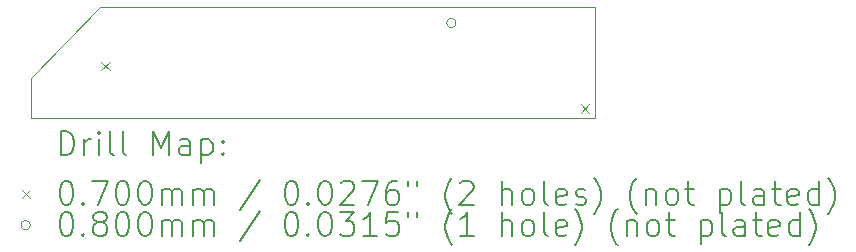
<source format=gbr>
%FSLAX45Y45*%
G04 Gerber Fmt 4.5, Leading zero omitted, Abs format (unit mm)*
G04 Created by KiCad (PCBNEW 6.0.4-6f826c9f35~116~ubuntu20.04.1) date 2022-03-30 16:12:38*
%MOMM*%
%LPD*%
G01*
G04 APERTURE LIST*
%TA.AperFunction,Profile*%
%ADD10C,0.100000*%
%TD*%
%ADD11C,0.200000*%
%ADD12C,0.070000*%
%ADD13C,0.080000*%
G04 APERTURE END LIST*
D10*
X16340000Y-8150000D02*
X12150000Y-8150000D01*
X11565000Y-8750000D02*
X11565000Y-9090000D01*
X11565000Y-9090000D02*
X16340000Y-9090000D01*
X12150000Y-8150000D02*
X11565000Y-8750000D01*
X16340000Y-9090000D02*
X16340000Y-8150000D01*
D11*
D12*
X12162500Y-8617500D02*
X12232500Y-8687500D01*
X12232500Y-8617500D02*
X12162500Y-8687500D01*
X16222500Y-8977500D02*
X16292500Y-9047500D01*
X16292500Y-8977500D02*
X16222500Y-9047500D01*
D13*
X15165000Y-8287500D02*
G75*
G03*
X15165000Y-8287500I-40000J0D01*
G01*
D11*
X11817619Y-9405476D02*
X11817619Y-9205476D01*
X11865238Y-9205476D01*
X11893809Y-9215000D01*
X11912857Y-9234048D01*
X11922381Y-9253095D01*
X11931905Y-9291190D01*
X11931905Y-9319762D01*
X11922381Y-9357857D01*
X11912857Y-9376905D01*
X11893809Y-9395952D01*
X11865238Y-9405476D01*
X11817619Y-9405476D01*
X12017619Y-9405476D02*
X12017619Y-9272143D01*
X12017619Y-9310238D02*
X12027143Y-9291190D01*
X12036667Y-9281667D01*
X12055714Y-9272143D01*
X12074762Y-9272143D01*
X12141428Y-9405476D02*
X12141428Y-9272143D01*
X12141428Y-9205476D02*
X12131905Y-9215000D01*
X12141428Y-9224524D01*
X12150952Y-9215000D01*
X12141428Y-9205476D01*
X12141428Y-9224524D01*
X12265238Y-9405476D02*
X12246190Y-9395952D01*
X12236667Y-9376905D01*
X12236667Y-9205476D01*
X12370000Y-9405476D02*
X12350952Y-9395952D01*
X12341428Y-9376905D01*
X12341428Y-9205476D01*
X12598571Y-9405476D02*
X12598571Y-9205476D01*
X12665238Y-9348333D01*
X12731905Y-9205476D01*
X12731905Y-9405476D01*
X12912857Y-9405476D02*
X12912857Y-9300714D01*
X12903333Y-9281667D01*
X12884286Y-9272143D01*
X12846190Y-9272143D01*
X12827143Y-9281667D01*
X12912857Y-9395952D02*
X12893809Y-9405476D01*
X12846190Y-9405476D01*
X12827143Y-9395952D01*
X12817619Y-9376905D01*
X12817619Y-9357857D01*
X12827143Y-9338810D01*
X12846190Y-9329286D01*
X12893809Y-9329286D01*
X12912857Y-9319762D01*
X13008095Y-9272143D02*
X13008095Y-9472143D01*
X13008095Y-9281667D02*
X13027143Y-9272143D01*
X13065238Y-9272143D01*
X13084286Y-9281667D01*
X13093809Y-9291190D01*
X13103333Y-9310238D01*
X13103333Y-9367381D01*
X13093809Y-9386429D01*
X13084286Y-9395952D01*
X13065238Y-9405476D01*
X13027143Y-9405476D01*
X13008095Y-9395952D01*
X13189048Y-9386429D02*
X13198571Y-9395952D01*
X13189048Y-9405476D01*
X13179524Y-9395952D01*
X13189048Y-9386429D01*
X13189048Y-9405476D01*
X13189048Y-9281667D02*
X13198571Y-9291190D01*
X13189048Y-9300714D01*
X13179524Y-9291190D01*
X13189048Y-9281667D01*
X13189048Y-9300714D01*
D12*
X11490000Y-9700000D02*
X11560000Y-9770000D01*
X11560000Y-9700000D02*
X11490000Y-9770000D01*
D11*
X11855714Y-9625476D02*
X11874762Y-9625476D01*
X11893809Y-9635000D01*
X11903333Y-9644524D01*
X11912857Y-9663571D01*
X11922381Y-9701667D01*
X11922381Y-9749286D01*
X11912857Y-9787381D01*
X11903333Y-9806429D01*
X11893809Y-9815952D01*
X11874762Y-9825476D01*
X11855714Y-9825476D01*
X11836667Y-9815952D01*
X11827143Y-9806429D01*
X11817619Y-9787381D01*
X11808095Y-9749286D01*
X11808095Y-9701667D01*
X11817619Y-9663571D01*
X11827143Y-9644524D01*
X11836667Y-9635000D01*
X11855714Y-9625476D01*
X12008095Y-9806429D02*
X12017619Y-9815952D01*
X12008095Y-9825476D01*
X11998571Y-9815952D01*
X12008095Y-9806429D01*
X12008095Y-9825476D01*
X12084286Y-9625476D02*
X12217619Y-9625476D01*
X12131905Y-9825476D01*
X12331905Y-9625476D02*
X12350952Y-9625476D01*
X12370000Y-9635000D01*
X12379524Y-9644524D01*
X12389048Y-9663571D01*
X12398571Y-9701667D01*
X12398571Y-9749286D01*
X12389048Y-9787381D01*
X12379524Y-9806429D01*
X12370000Y-9815952D01*
X12350952Y-9825476D01*
X12331905Y-9825476D01*
X12312857Y-9815952D01*
X12303333Y-9806429D01*
X12293809Y-9787381D01*
X12284286Y-9749286D01*
X12284286Y-9701667D01*
X12293809Y-9663571D01*
X12303333Y-9644524D01*
X12312857Y-9635000D01*
X12331905Y-9625476D01*
X12522381Y-9625476D02*
X12541428Y-9625476D01*
X12560476Y-9635000D01*
X12570000Y-9644524D01*
X12579524Y-9663571D01*
X12589048Y-9701667D01*
X12589048Y-9749286D01*
X12579524Y-9787381D01*
X12570000Y-9806429D01*
X12560476Y-9815952D01*
X12541428Y-9825476D01*
X12522381Y-9825476D01*
X12503333Y-9815952D01*
X12493809Y-9806429D01*
X12484286Y-9787381D01*
X12474762Y-9749286D01*
X12474762Y-9701667D01*
X12484286Y-9663571D01*
X12493809Y-9644524D01*
X12503333Y-9635000D01*
X12522381Y-9625476D01*
X12674762Y-9825476D02*
X12674762Y-9692143D01*
X12674762Y-9711190D02*
X12684286Y-9701667D01*
X12703333Y-9692143D01*
X12731905Y-9692143D01*
X12750952Y-9701667D01*
X12760476Y-9720714D01*
X12760476Y-9825476D01*
X12760476Y-9720714D02*
X12770000Y-9701667D01*
X12789048Y-9692143D01*
X12817619Y-9692143D01*
X12836667Y-9701667D01*
X12846190Y-9720714D01*
X12846190Y-9825476D01*
X12941428Y-9825476D02*
X12941428Y-9692143D01*
X12941428Y-9711190D02*
X12950952Y-9701667D01*
X12970000Y-9692143D01*
X12998571Y-9692143D01*
X13017619Y-9701667D01*
X13027143Y-9720714D01*
X13027143Y-9825476D01*
X13027143Y-9720714D02*
X13036667Y-9701667D01*
X13055714Y-9692143D01*
X13084286Y-9692143D01*
X13103333Y-9701667D01*
X13112857Y-9720714D01*
X13112857Y-9825476D01*
X13503333Y-9615952D02*
X13331905Y-9873095D01*
X13760476Y-9625476D02*
X13779524Y-9625476D01*
X13798571Y-9635000D01*
X13808095Y-9644524D01*
X13817619Y-9663571D01*
X13827143Y-9701667D01*
X13827143Y-9749286D01*
X13817619Y-9787381D01*
X13808095Y-9806429D01*
X13798571Y-9815952D01*
X13779524Y-9825476D01*
X13760476Y-9825476D01*
X13741428Y-9815952D01*
X13731905Y-9806429D01*
X13722381Y-9787381D01*
X13712857Y-9749286D01*
X13712857Y-9701667D01*
X13722381Y-9663571D01*
X13731905Y-9644524D01*
X13741428Y-9635000D01*
X13760476Y-9625476D01*
X13912857Y-9806429D02*
X13922381Y-9815952D01*
X13912857Y-9825476D01*
X13903333Y-9815952D01*
X13912857Y-9806429D01*
X13912857Y-9825476D01*
X14046190Y-9625476D02*
X14065238Y-9625476D01*
X14084286Y-9635000D01*
X14093809Y-9644524D01*
X14103333Y-9663571D01*
X14112857Y-9701667D01*
X14112857Y-9749286D01*
X14103333Y-9787381D01*
X14093809Y-9806429D01*
X14084286Y-9815952D01*
X14065238Y-9825476D01*
X14046190Y-9825476D01*
X14027143Y-9815952D01*
X14017619Y-9806429D01*
X14008095Y-9787381D01*
X13998571Y-9749286D01*
X13998571Y-9701667D01*
X14008095Y-9663571D01*
X14017619Y-9644524D01*
X14027143Y-9635000D01*
X14046190Y-9625476D01*
X14189048Y-9644524D02*
X14198571Y-9635000D01*
X14217619Y-9625476D01*
X14265238Y-9625476D01*
X14284286Y-9635000D01*
X14293809Y-9644524D01*
X14303333Y-9663571D01*
X14303333Y-9682619D01*
X14293809Y-9711190D01*
X14179524Y-9825476D01*
X14303333Y-9825476D01*
X14370000Y-9625476D02*
X14503333Y-9625476D01*
X14417619Y-9825476D01*
X14665238Y-9625476D02*
X14627143Y-9625476D01*
X14608095Y-9635000D01*
X14598571Y-9644524D01*
X14579524Y-9673095D01*
X14570000Y-9711190D01*
X14570000Y-9787381D01*
X14579524Y-9806429D01*
X14589048Y-9815952D01*
X14608095Y-9825476D01*
X14646190Y-9825476D01*
X14665238Y-9815952D01*
X14674762Y-9806429D01*
X14684286Y-9787381D01*
X14684286Y-9739762D01*
X14674762Y-9720714D01*
X14665238Y-9711190D01*
X14646190Y-9701667D01*
X14608095Y-9701667D01*
X14589048Y-9711190D01*
X14579524Y-9720714D01*
X14570000Y-9739762D01*
X14760476Y-9625476D02*
X14760476Y-9663571D01*
X14836667Y-9625476D02*
X14836667Y-9663571D01*
X15131905Y-9901667D02*
X15122381Y-9892143D01*
X15103333Y-9863571D01*
X15093809Y-9844524D01*
X15084286Y-9815952D01*
X15074762Y-9768333D01*
X15074762Y-9730238D01*
X15084286Y-9682619D01*
X15093809Y-9654048D01*
X15103333Y-9635000D01*
X15122381Y-9606429D01*
X15131905Y-9596905D01*
X15198571Y-9644524D02*
X15208095Y-9635000D01*
X15227143Y-9625476D01*
X15274762Y-9625476D01*
X15293809Y-9635000D01*
X15303333Y-9644524D01*
X15312857Y-9663571D01*
X15312857Y-9682619D01*
X15303333Y-9711190D01*
X15189048Y-9825476D01*
X15312857Y-9825476D01*
X15550952Y-9825476D02*
X15550952Y-9625476D01*
X15636667Y-9825476D02*
X15636667Y-9720714D01*
X15627143Y-9701667D01*
X15608095Y-9692143D01*
X15579524Y-9692143D01*
X15560476Y-9701667D01*
X15550952Y-9711190D01*
X15760476Y-9825476D02*
X15741428Y-9815952D01*
X15731905Y-9806429D01*
X15722381Y-9787381D01*
X15722381Y-9730238D01*
X15731905Y-9711190D01*
X15741428Y-9701667D01*
X15760476Y-9692143D01*
X15789048Y-9692143D01*
X15808095Y-9701667D01*
X15817619Y-9711190D01*
X15827143Y-9730238D01*
X15827143Y-9787381D01*
X15817619Y-9806429D01*
X15808095Y-9815952D01*
X15789048Y-9825476D01*
X15760476Y-9825476D01*
X15941428Y-9825476D02*
X15922381Y-9815952D01*
X15912857Y-9796905D01*
X15912857Y-9625476D01*
X16093809Y-9815952D02*
X16074762Y-9825476D01*
X16036667Y-9825476D01*
X16017619Y-9815952D01*
X16008095Y-9796905D01*
X16008095Y-9720714D01*
X16017619Y-9701667D01*
X16036667Y-9692143D01*
X16074762Y-9692143D01*
X16093809Y-9701667D01*
X16103333Y-9720714D01*
X16103333Y-9739762D01*
X16008095Y-9758810D01*
X16179524Y-9815952D02*
X16198571Y-9825476D01*
X16236667Y-9825476D01*
X16255714Y-9815952D01*
X16265238Y-9796905D01*
X16265238Y-9787381D01*
X16255714Y-9768333D01*
X16236667Y-9758810D01*
X16208095Y-9758810D01*
X16189048Y-9749286D01*
X16179524Y-9730238D01*
X16179524Y-9720714D01*
X16189048Y-9701667D01*
X16208095Y-9692143D01*
X16236667Y-9692143D01*
X16255714Y-9701667D01*
X16331905Y-9901667D02*
X16341428Y-9892143D01*
X16360476Y-9863571D01*
X16370000Y-9844524D01*
X16379524Y-9815952D01*
X16389048Y-9768333D01*
X16389048Y-9730238D01*
X16379524Y-9682619D01*
X16370000Y-9654048D01*
X16360476Y-9635000D01*
X16341428Y-9606429D01*
X16331905Y-9596905D01*
X16693809Y-9901667D02*
X16684286Y-9892143D01*
X16665238Y-9863571D01*
X16655714Y-9844524D01*
X16646190Y-9815952D01*
X16636667Y-9768333D01*
X16636667Y-9730238D01*
X16646190Y-9682619D01*
X16655714Y-9654048D01*
X16665238Y-9635000D01*
X16684286Y-9606429D01*
X16693809Y-9596905D01*
X16770000Y-9692143D02*
X16770000Y-9825476D01*
X16770000Y-9711190D02*
X16779524Y-9701667D01*
X16798571Y-9692143D01*
X16827143Y-9692143D01*
X16846190Y-9701667D01*
X16855714Y-9720714D01*
X16855714Y-9825476D01*
X16979524Y-9825476D02*
X16960476Y-9815952D01*
X16950952Y-9806429D01*
X16941429Y-9787381D01*
X16941429Y-9730238D01*
X16950952Y-9711190D01*
X16960476Y-9701667D01*
X16979524Y-9692143D01*
X17008095Y-9692143D01*
X17027143Y-9701667D01*
X17036667Y-9711190D01*
X17046190Y-9730238D01*
X17046190Y-9787381D01*
X17036667Y-9806429D01*
X17027143Y-9815952D01*
X17008095Y-9825476D01*
X16979524Y-9825476D01*
X17103333Y-9692143D02*
X17179524Y-9692143D01*
X17131905Y-9625476D02*
X17131905Y-9796905D01*
X17141429Y-9815952D01*
X17160476Y-9825476D01*
X17179524Y-9825476D01*
X17398571Y-9692143D02*
X17398571Y-9892143D01*
X17398571Y-9701667D02*
X17417619Y-9692143D01*
X17455714Y-9692143D01*
X17474762Y-9701667D01*
X17484286Y-9711190D01*
X17493810Y-9730238D01*
X17493810Y-9787381D01*
X17484286Y-9806429D01*
X17474762Y-9815952D01*
X17455714Y-9825476D01*
X17417619Y-9825476D01*
X17398571Y-9815952D01*
X17608095Y-9825476D02*
X17589048Y-9815952D01*
X17579524Y-9796905D01*
X17579524Y-9625476D01*
X17770000Y-9825476D02*
X17770000Y-9720714D01*
X17760476Y-9701667D01*
X17741429Y-9692143D01*
X17703333Y-9692143D01*
X17684286Y-9701667D01*
X17770000Y-9815952D02*
X17750952Y-9825476D01*
X17703333Y-9825476D01*
X17684286Y-9815952D01*
X17674762Y-9796905D01*
X17674762Y-9777857D01*
X17684286Y-9758810D01*
X17703333Y-9749286D01*
X17750952Y-9749286D01*
X17770000Y-9739762D01*
X17836667Y-9692143D02*
X17912857Y-9692143D01*
X17865238Y-9625476D02*
X17865238Y-9796905D01*
X17874762Y-9815952D01*
X17893810Y-9825476D01*
X17912857Y-9825476D01*
X18055714Y-9815952D02*
X18036667Y-9825476D01*
X17998571Y-9825476D01*
X17979524Y-9815952D01*
X17970000Y-9796905D01*
X17970000Y-9720714D01*
X17979524Y-9701667D01*
X17998571Y-9692143D01*
X18036667Y-9692143D01*
X18055714Y-9701667D01*
X18065238Y-9720714D01*
X18065238Y-9739762D01*
X17970000Y-9758810D01*
X18236667Y-9825476D02*
X18236667Y-9625476D01*
X18236667Y-9815952D02*
X18217619Y-9825476D01*
X18179524Y-9825476D01*
X18160476Y-9815952D01*
X18150952Y-9806429D01*
X18141429Y-9787381D01*
X18141429Y-9730238D01*
X18150952Y-9711190D01*
X18160476Y-9701667D01*
X18179524Y-9692143D01*
X18217619Y-9692143D01*
X18236667Y-9701667D01*
X18312857Y-9901667D02*
X18322381Y-9892143D01*
X18341429Y-9863571D01*
X18350952Y-9844524D01*
X18360476Y-9815952D01*
X18370000Y-9768333D01*
X18370000Y-9730238D01*
X18360476Y-9682619D01*
X18350952Y-9654048D01*
X18341429Y-9635000D01*
X18322381Y-9606429D01*
X18312857Y-9596905D01*
D13*
X11560000Y-9999000D02*
G75*
G03*
X11560000Y-9999000I-40000J0D01*
G01*
D11*
X11855714Y-9889476D02*
X11874762Y-9889476D01*
X11893809Y-9899000D01*
X11903333Y-9908524D01*
X11912857Y-9927571D01*
X11922381Y-9965667D01*
X11922381Y-10013286D01*
X11912857Y-10051381D01*
X11903333Y-10070429D01*
X11893809Y-10079952D01*
X11874762Y-10089476D01*
X11855714Y-10089476D01*
X11836667Y-10079952D01*
X11827143Y-10070429D01*
X11817619Y-10051381D01*
X11808095Y-10013286D01*
X11808095Y-9965667D01*
X11817619Y-9927571D01*
X11827143Y-9908524D01*
X11836667Y-9899000D01*
X11855714Y-9889476D01*
X12008095Y-10070429D02*
X12017619Y-10079952D01*
X12008095Y-10089476D01*
X11998571Y-10079952D01*
X12008095Y-10070429D01*
X12008095Y-10089476D01*
X12131905Y-9975190D02*
X12112857Y-9965667D01*
X12103333Y-9956143D01*
X12093809Y-9937095D01*
X12093809Y-9927571D01*
X12103333Y-9908524D01*
X12112857Y-9899000D01*
X12131905Y-9889476D01*
X12170000Y-9889476D01*
X12189048Y-9899000D01*
X12198571Y-9908524D01*
X12208095Y-9927571D01*
X12208095Y-9937095D01*
X12198571Y-9956143D01*
X12189048Y-9965667D01*
X12170000Y-9975190D01*
X12131905Y-9975190D01*
X12112857Y-9984714D01*
X12103333Y-9994238D01*
X12093809Y-10013286D01*
X12093809Y-10051381D01*
X12103333Y-10070429D01*
X12112857Y-10079952D01*
X12131905Y-10089476D01*
X12170000Y-10089476D01*
X12189048Y-10079952D01*
X12198571Y-10070429D01*
X12208095Y-10051381D01*
X12208095Y-10013286D01*
X12198571Y-9994238D01*
X12189048Y-9984714D01*
X12170000Y-9975190D01*
X12331905Y-9889476D02*
X12350952Y-9889476D01*
X12370000Y-9899000D01*
X12379524Y-9908524D01*
X12389048Y-9927571D01*
X12398571Y-9965667D01*
X12398571Y-10013286D01*
X12389048Y-10051381D01*
X12379524Y-10070429D01*
X12370000Y-10079952D01*
X12350952Y-10089476D01*
X12331905Y-10089476D01*
X12312857Y-10079952D01*
X12303333Y-10070429D01*
X12293809Y-10051381D01*
X12284286Y-10013286D01*
X12284286Y-9965667D01*
X12293809Y-9927571D01*
X12303333Y-9908524D01*
X12312857Y-9899000D01*
X12331905Y-9889476D01*
X12522381Y-9889476D02*
X12541428Y-9889476D01*
X12560476Y-9899000D01*
X12570000Y-9908524D01*
X12579524Y-9927571D01*
X12589048Y-9965667D01*
X12589048Y-10013286D01*
X12579524Y-10051381D01*
X12570000Y-10070429D01*
X12560476Y-10079952D01*
X12541428Y-10089476D01*
X12522381Y-10089476D01*
X12503333Y-10079952D01*
X12493809Y-10070429D01*
X12484286Y-10051381D01*
X12474762Y-10013286D01*
X12474762Y-9965667D01*
X12484286Y-9927571D01*
X12493809Y-9908524D01*
X12503333Y-9899000D01*
X12522381Y-9889476D01*
X12674762Y-10089476D02*
X12674762Y-9956143D01*
X12674762Y-9975190D02*
X12684286Y-9965667D01*
X12703333Y-9956143D01*
X12731905Y-9956143D01*
X12750952Y-9965667D01*
X12760476Y-9984714D01*
X12760476Y-10089476D01*
X12760476Y-9984714D02*
X12770000Y-9965667D01*
X12789048Y-9956143D01*
X12817619Y-9956143D01*
X12836667Y-9965667D01*
X12846190Y-9984714D01*
X12846190Y-10089476D01*
X12941428Y-10089476D02*
X12941428Y-9956143D01*
X12941428Y-9975190D02*
X12950952Y-9965667D01*
X12970000Y-9956143D01*
X12998571Y-9956143D01*
X13017619Y-9965667D01*
X13027143Y-9984714D01*
X13027143Y-10089476D01*
X13027143Y-9984714D02*
X13036667Y-9965667D01*
X13055714Y-9956143D01*
X13084286Y-9956143D01*
X13103333Y-9965667D01*
X13112857Y-9984714D01*
X13112857Y-10089476D01*
X13503333Y-9879952D02*
X13331905Y-10137095D01*
X13760476Y-9889476D02*
X13779524Y-9889476D01*
X13798571Y-9899000D01*
X13808095Y-9908524D01*
X13817619Y-9927571D01*
X13827143Y-9965667D01*
X13827143Y-10013286D01*
X13817619Y-10051381D01*
X13808095Y-10070429D01*
X13798571Y-10079952D01*
X13779524Y-10089476D01*
X13760476Y-10089476D01*
X13741428Y-10079952D01*
X13731905Y-10070429D01*
X13722381Y-10051381D01*
X13712857Y-10013286D01*
X13712857Y-9965667D01*
X13722381Y-9927571D01*
X13731905Y-9908524D01*
X13741428Y-9899000D01*
X13760476Y-9889476D01*
X13912857Y-10070429D02*
X13922381Y-10079952D01*
X13912857Y-10089476D01*
X13903333Y-10079952D01*
X13912857Y-10070429D01*
X13912857Y-10089476D01*
X14046190Y-9889476D02*
X14065238Y-9889476D01*
X14084286Y-9899000D01*
X14093809Y-9908524D01*
X14103333Y-9927571D01*
X14112857Y-9965667D01*
X14112857Y-10013286D01*
X14103333Y-10051381D01*
X14093809Y-10070429D01*
X14084286Y-10079952D01*
X14065238Y-10089476D01*
X14046190Y-10089476D01*
X14027143Y-10079952D01*
X14017619Y-10070429D01*
X14008095Y-10051381D01*
X13998571Y-10013286D01*
X13998571Y-9965667D01*
X14008095Y-9927571D01*
X14017619Y-9908524D01*
X14027143Y-9899000D01*
X14046190Y-9889476D01*
X14179524Y-9889476D02*
X14303333Y-9889476D01*
X14236667Y-9965667D01*
X14265238Y-9965667D01*
X14284286Y-9975190D01*
X14293809Y-9984714D01*
X14303333Y-10003762D01*
X14303333Y-10051381D01*
X14293809Y-10070429D01*
X14284286Y-10079952D01*
X14265238Y-10089476D01*
X14208095Y-10089476D01*
X14189048Y-10079952D01*
X14179524Y-10070429D01*
X14493809Y-10089476D02*
X14379524Y-10089476D01*
X14436667Y-10089476D02*
X14436667Y-9889476D01*
X14417619Y-9918048D01*
X14398571Y-9937095D01*
X14379524Y-9946619D01*
X14674762Y-9889476D02*
X14579524Y-9889476D01*
X14570000Y-9984714D01*
X14579524Y-9975190D01*
X14598571Y-9965667D01*
X14646190Y-9965667D01*
X14665238Y-9975190D01*
X14674762Y-9984714D01*
X14684286Y-10003762D01*
X14684286Y-10051381D01*
X14674762Y-10070429D01*
X14665238Y-10079952D01*
X14646190Y-10089476D01*
X14598571Y-10089476D01*
X14579524Y-10079952D01*
X14570000Y-10070429D01*
X14760476Y-9889476D02*
X14760476Y-9927571D01*
X14836667Y-9889476D02*
X14836667Y-9927571D01*
X15131905Y-10165667D02*
X15122381Y-10156143D01*
X15103333Y-10127571D01*
X15093809Y-10108524D01*
X15084286Y-10079952D01*
X15074762Y-10032333D01*
X15074762Y-9994238D01*
X15084286Y-9946619D01*
X15093809Y-9918048D01*
X15103333Y-9899000D01*
X15122381Y-9870429D01*
X15131905Y-9860905D01*
X15312857Y-10089476D02*
X15198571Y-10089476D01*
X15255714Y-10089476D02*
X15255714Y-9889476D01*
X15236667Y-9918048D01*
X15217619Y-9937095D01*
X15198571Y-9946619D01*
X15550952Y-10089476D02*
X15550952Y-9889476D01*
X15636667Y-10089476D02*
X15636667Y-9984714D01*
X15627143Y-9965667D01*
X15608095Y-9956143D01*
X15579524Y-9956143D01*
X15560476Y-9965667D01*
X15550952Y-9975190D01*
X15760476Y-10089476D02*
X15741428Y-10079952D01*
X15731905Y-10070429D01*
X15722381Y-10051381D01*
X15722381Y-9994238D01*
X15731905Y-9975190D01*
X15741428Y-9965667D01*
X15760476Y-9956143D01*
X15789048Y-9956143D01*
X15808095Y-9965667D01*
X15817619Y-9975190D01*
X15827143Y-9994238D01*
X15827143Y-10051381D01*
X15817619Y-10070429D01*
X15808095Y-10079952D01*
X15789048Y-10089476D01*
X15760476Y-10089476D01*
X15941428Y-10089476D02*
X15922381Y-10079952D01*
X15912857Y-10060905D01*
X15912857Y-9889476D01*
X16093809Y-10079952D02*
X16074762Y-10089476D01*
X16036667Y-10089476D01*
X16017619Y-10079952D01*
X16008095Y-10060905D01*
X16008095Y-9984714D01*
X16017619Y-9965667D01*
X16036667Y-9956143D01*
X16074762Y-9956143D01*
X16093809Y-9965667D01*
X16103333Y-9984714D01*
X16103333Y-10003762D01*
X16008095Y-10022810D01*
X16170000Y-10165667D02*
X16179524Y-10156143D01*
X16198571Y-10127571D01*
X16208095Y-10108524D01*
X16217619Y-10079952D01*
X16227143Y-10032333D01*
X16227143Y-9994238D01*
X16217619Y-9946619D01*
X16208095Y-9918048D01*
X16198571Y-9899000D01*
X16179524Y-9870429D01*
X16170000Y-9860905D01*
X16531905Y-10165667D02*
X16522381Y-10156143D01*
X16503333Y-10127571D01*
X16493809Y-10108524D01*
X16484286Y-10079952D01*
X16474762Y-10032333D01*
X16474762Y-9994238D01*
X16484286Y-9946619D01*
X16493809Y-9918048D01*
X16503333Y-9899000D01*
X16522381Y-9870429D01*
X16531905Y-9860905D01*
X16608095Y-9956143D02*
X16608095Y-10089476D01*
X16608095Y-9975190D02*
X16617619Y-9965667D01*
X16636667Y-9956143D01*
X16665238Y-9956143D01*
X16684286Y-9965667D01*
X16693809Y-9984714D01*
X16693809Y-10089476D01*
X16817619Y-10089476D02*
X16798571Y-10079952D01*
X16789048Y-10070429D01*
X16779524Y-10051381D01*
X16779524Y-9994238D01*
X16789048Y-9975190D01*
X16798571Y-9965667D01*
X16817619Y-9956143D01*
X16846190Y-9956143D01*
X16865238Y-9965667D01*
X16874762Y-9975190D01*
X16884286Y-9994238D01*
X16884286Y-10051381D01*
X16874762Y-10070429D01*
X16865238Y-10079952D01*
X16846190Y-10089476D01*
X16817619Y-10089476D01*
X16941429Y-9956143D02*
X17017619Y-9956143D01*
X16970000Y-9889476D02*
X16970000Y-10060905D01*
X16979524Y-10079952D01*
X16998571Y-10089476D01*
X17017619Y-10089476D01*
X17236667Y-9956143D02*
X17236667Y-10156143D01*
X17236667Y-9965667D02*
X17255714Y-9956143D01*
X17293810Y-9956143D01*
X17312857Y-9965667D01*
X17322381Y-9975190D01*
X17331905Y-9994238D01*
X17331905Y-10051381D01*
X17322381Y-10070429D01*
X17312857Y-10079952D01*
X17293810Y-10089476D01*
X17255714Y-10089476D01*
X17236667Y-10079952D01*
X17446190Y-10089476D02*
X17427143Y-10079952D01*
X17417619Y-10060905D01*
X17417619Y-9889476D01*
X17608095Y-10089476D02*
X17608095Y-9984714D01*
X17598571Y-9965667D01*
X17579524Y-9956143D01*
X17541429Y-9956143D01*
X17522381Y-9965667D01*
X17608095Y-10079952D02*
X17589048Y-10089476D01*
X17541429Y-10089476D01*
X17522381Y-10079952D01*
X17512857Y-10060905D01*
X17512857Y-10041857D01*
X17522381Y-10022810D01*
X17541429Y-10013286D01*
X17589048Y-10013286D01*
X17608095Y-10003762D01*
X17674762Y-9956143D02*
X17750952Y-9956143D01*
X17703333Y-9889476D02*
X17703333Y-10060905D01*
X17712857Y-10079952D01*
X17731905Y-10089476D01*
X17750952Y-10089476D01*
X17893810Y-10079952D02*
X17874762Y-10089476D01*
X17836667Y-10089476D01*
X17817619Y-10079952D01*
X17808095Y-10060905D01*
X17808095Y-9984714D01*
X17817619Y-9965667D01*
X17836667Y-9956143D01*
X17874762Y-9956143D01*
X17893810Y-9965667D01*
X17903333Y-9984714D01*
X17903333Y-10003762D01*
X17808095Y-10022810D01*
X18074762Y-10089476D02*
X18074762Y-9889476D01*
X18074762Y-10079952D02*
X18055714Y-10089476D01*
X18017619Y-10089476D01*
X17998571Y-10079952D01*
X17989048Y-10070429D01*
X17979524Y-10051381D01*
X17979524Y-9994238D01*
X17989048Y-9975190D01*
X17998571Y-9965667D01*
X18017619Y-9956143D01*
X18055714Y-9956143D01*
X18074762Y-9965667D01*
X18150952Y-10165667D02*
X18160476Y-10156143D01*
X18179524Y-10127571D01*
X18189048Y-10108524D01*
X18198571Y-10079952D01*
X18208095Y-10032333D01*
X18208095Y-9994238D01*
X18198571Y-9946619D01*
X18189048Y-9918048D01*
X18179524Y-9899000D01*
X18160476Y-9870429D01*
X18150952Y-9860905D01*
M02*

</source>
